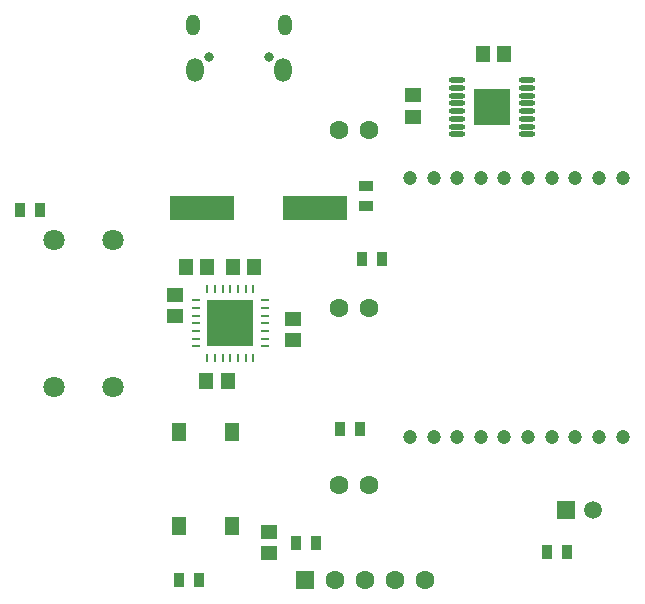
<source format=gbr>
%TF.GenerationSoftware,Altium Limited,Altium Designer,21.6.1 (37)*%
G04 Layer_Color=255*
%FSLAX43Y43*%
%MOMM*%
%TF.SameCoordinates,1F06128E-DADF-4999-8CD8-60C71D9D28CE*%
%TF.FilePolarity,Positive*%
%TF.FileFunction,Pads,Top*%
%TF.Part,Single*%
G01*
G75*
%TA.AperFunction,SMDPad,CuDef*%
%ADD10O,1.400X0.450*%
%ADD11R,3.100X3.100*%
%ADD12R,1.400X1.200*%
%ADD13R,1.200X1.400*%
%ADD14R,5.500X2.000*%
%ADD15R,0.850X1.300*%
%ADD16R,1.300X1.550*%
%ADD17O,0.800X0.250*%
%ADD18O,0.250X0.800*%
%ADD19R,3.930X3.930*%
%ADD20R,1.300X0.850*%
%TA.AperFunction,ComponentPad*%
%ADD24C,1.200*%
%ADD25C,1.600*%
%ADD26R,1.600X1.600*%
%ADD27R,1.500X1.500*%
%ADD28C,1.500*%
%ADD29C,0.800*%
%ADD30O,1.150X1.800*%
%ADD31O,1.450X2.000*%
%ADD32C,1.800*%
D10*
X51050Y44325D02*
D03*
Y44975D02*
D03*
Y43025D02*
D03*
Y43675D02*
D03*
Y42375D02*
D03*
Y41725D02*
D03*
Y41075D02*
D03*
Y40425D02*
D03*
X45150Y44325D02*
D03*
Y44975D02*
D03*
Y43675D02*
D03*
Y43025D02*
D03*
Y42375D02*
D03*
Y41725D02*
D03*
Y41075D02*
D03*
Y40425D02*
D03*
D11*
X48100Y42700D02*
D03*
D12*
X31242Y22976D02*
D03*
Y24776D02*
D03*
X21285Y26837D02*
D03*
Y25037D02*
D03*
X29210Y4942D02*
D03*
Y6742D02*
D03*
X41402Y43702D02*
D03*
Y41902D02*
D03*
D13*
X23911Y19558D02*
D03*
X25711D02*
D03*
X22152Y29210D02*
D03*
X23952D02*
D03*
X27952Y29210D02*
D03*
X26152D02*
D03*
X49100Y47200D02*
D03*
X47300D02*
D03*
D14*
X23571Y34200D02*
D03*
X33071D02*
D03*
D15*
X21590Y2667D02*
D03*
X23290D02*
D03*
X33235Y5842D02*
D03*
X31535D02*
D03*
X54444Y5080D02*
D03*
X52744D02*
D03*
X36950Y15500D02*
D03*
X35250D02*
D03*
X37084Y29845D02*
D03*
X38784D02*
D03*
X8167Y34036D02*
D03*
X9867D02*
D03*
D16*
X26090Y15240D02*
D03*
X21590D02*
D03*
X26090Y7290D02*
D03*
X21590D02*
D03*
D17*
X28852Y26352D02*
D03*
Y25702D02*
D03*
Y25052D02*
D03*
Y24402D02*
D03*
Y23752D02*
D03*
Y23102D02*
D03*
Y22452D02*
D03*
X23052D02*
D03*
Y23102D02*
D03*
Y23752D02*
D03*
Y24402D02*
D03*
Y25052D02*
D03*
Y25702D02*
D03*
Y26352D02*
D03*
D18*
X27902Y21502D02*
D03*
X27252D02*
D03*
X26602D02*
D03*
X25952D02*
D03*
X25302D02*
D03*
X24652D02*
D03*
X24002D02*
D03*
Y27302D02*
D03*
X24652D02*
D03*
X25302D02*
D03*
X25952D02*
D03*
X26602D02*
D03*
X27252D02*
D03*
X27902D02*
D03*
D19*
X25952Y24402D02*
D03*
D20*
X37465Y36029D02*
D03*
Y34329D02*
D03*
D24*
X41150Y14755D02*
D03*
X43150D02*
D03*
X45150D02*
D03*
X47150D02*
D03*
X49150D02*
D03*
X51150D02*
D03*
X53150D02*
D03*
X55150D02*
D03*
X57150D02*
D03*
X59150D02*
D03*
X41150Y36755D02*
D03*
X43150D02*
D03*
X45150D02*
D03*
X47150D02*
D03*
X49150D02*
D03*
X51150D02*
D03*
X53150D02*
D03*
X55150D02*
D03*
X57150D02*
D03*
X59150D02*
D03*
D25*
X42418Y2667D02*
D03*
X39878D02*
D03*
X37338D02*
D03*
X34798D02*
D03*
X35140Y40746D02*
D03*
X37680D02*
D03*
X35140Y25746D02*
D03*
X37680D02*
D03*
X35140Y10746D02*
D03*
X37680D02*
D03*
D26*
X32258Y2667D02*
D03*
D27*
X54359Y8636D02*
D03*
D28*
X56639D02*
D03*
D29*
X29175Y46950D02*
D03*
X24175D02*
D03*
D30*
X30550Y49700D02*
D03*
X22800D02*
D03*
D31*
X30400Y45900D02*
D03*
X22950D02*
D03*
D32*
X11010Y18996D02*
D03*
Y31496D02*
D03*
X16010Y18996D02*
D03*
Y31496D02*
D03*
%TF.MD5,a86364f95b9a3ff383b750b19061dd83*%
M02*

</source>
